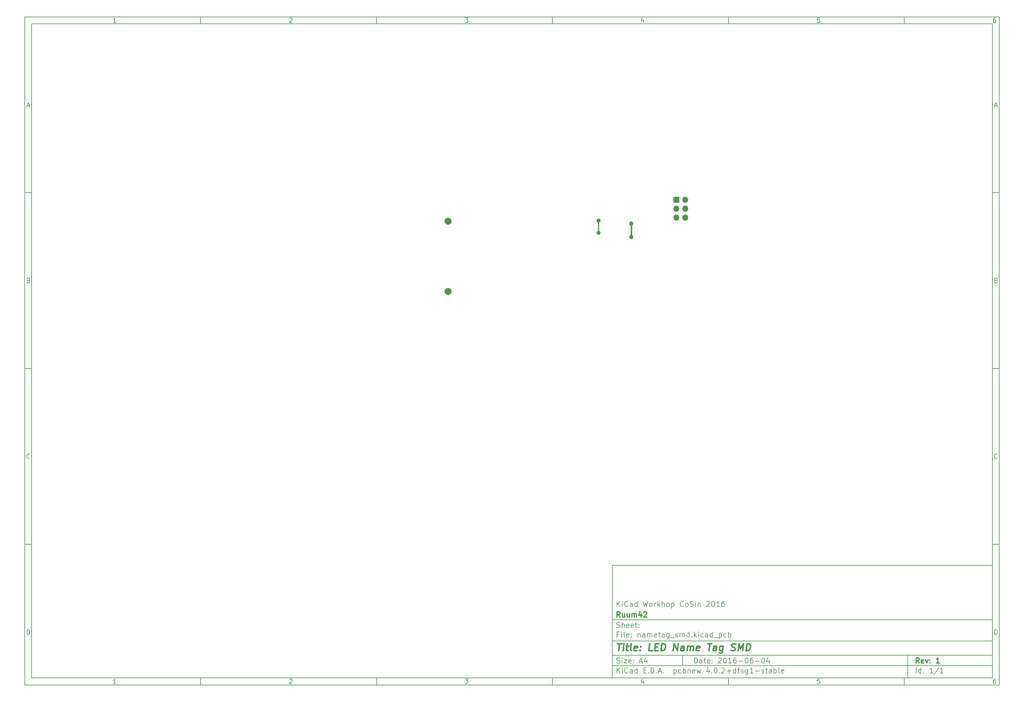
<source format=gbr>
G04 #@! TF.FileFunction,Copper,L2,Bot,Signal*
%FSLAX46Y46*%
G04 Gerber Fmt 4.6, Leading zero omitted, Abs format (unit mm)*
G04 Created by KiCad (PCBNEW 4.0.2+dfsg1-stable) date Wed 08 Jun 2016 02:12:19 CEST*
%MOMM*%
G01*
G04 APERTURE LIST*
%ADD10C,0.100000*%
%ADD11C,0.150000*%
%ADD12C,0.300000*%
%ADD13C,0.400000*%
%ADD14R,1.727200X1.727200*%
%ADD15O,1.727200X1.727200*%
%ADD16C,2.000000*%
%ADD17C,1.200000*%
%ADD18C,0.450000*%
%ADD19C,0.350000*%
G04 APERTURE END LIST*
D10*
D11*
X177002200Y-166007200D02*
X177002200Y-198007200D01*
X285002200Y-198007200D01*
X285002200Y-166007200D01*
X177002200Y-166007200D01*
D10*
D11*
X10000000Y-10000000D02*
X10000000Y-200007200D01*
X287002200Y-200007200D01*
X287002200Y-10000000D01*
X10000000Y-10000000D01*
D10*
D11*
X12000000Y-12000000D02*
X12000000Y-198007200D01*
X285002200Y-198007200D01*
X285002200Y-12000000D01*
X12000000Y-12000000D01*
D10*
D11*
X60000000Y-12000000D02*
X60000000Y-10000000D01*
D10*
D11*
X110000000Y-12000000D02*
X110000000Y-10000000D01*
D10*
D11*
X160000000Y-12000000D02*
X160000000Y-10000000D01*
D10*
D11*
X210000000Y-12000000D02*
X210000000Y-10000000D01*
D10*
D11*
X260000000Y-12000000D02*
X260000000Y-10000000D01*
D10*
D11*
X35990476Y-11588095D02*
X35247619Y-11588095D01*
X35619048Y-11588095D02*
X35619048Y-10288095D01*
X35495238Y-10473810D01*
X35371429Y-10597619D01*
X35247619Y-10659524D01*
D10*
D11*
X85247619Y-10411905D02*
X85309524Y-10350000D01*
X85433333Y-10288095D01*
X85742857Y-10288095D01*
X85866667Y-10350000D01*
X85928571Y-10411905D01*
X85990476Y-10535714D01*
X85990476Y-10659524D01*
X85928571Y-10845238D01*
X85185714Y-11588095D01*
X85990476Y-11588095D01*
D10*
D11*
X135185714Y-10288095D02*
X135990476Y-10288095D01*
X135557143Y-10783333D01*
X135742857Y-10783333D01*
X135866667Y-10845238D01*
X135928571Y-10907143D01*
X135990476Y-11030952D01*
X135990476Y-11340476D01*
X135928571Y-11464286D01*
X135866667Y-11526190D01*
X135742857Y-11588095D01*
X135371429Y-11588095D01*
X135247619Y-11526190D01*
X135185714Y-11464286D01*
D10*
D11*
X185866667Y-10721429D02*
X185866667Y-11588095D01*
X185557143Y-10226190D02*
X185247619Y-11154762D01*
X186052381Y-11154762D01*
D10*
D11*
X235928571Y-10288095D02*
X235309524Y-10288095D01*
X235247619Y-10907143D01*
X235309524Y-10845238D01*
X235433333Y-10783333D01*
X235742857Y-10783333D01*
X235866667Y-10845238D01*
X235928571Y-10907143D01*
X235990476Y-11030952D01*
X235990476Y-11340476D01*
X235928571Y-11464286D01*
X235866667Y-11526190D01*
X235742857Y-11588095D01*
X235433333Y-11588095D01*
X235309524Y-11526190D01*
X235247619Y-11464286D01*
D10*
D11*
X285866667Y-10288095D02*
X285619048Y-10288095D01*
X285495238Y-10350000D01*
X285433333Y-10411905D01*
X285309524Y-10597619D01*
X285247619Y-10845238D01*
X285247619Y-11340476D01*
X285309524Y-11464286D01*
X285371429Y-11526190D01*
X285495238Y-11588095D01*
X285742857Y-11588095D01*
X285866667Y-11526190D01*
X285928571Y-11464286D01*
X285990476Y-11340476D01*
X285990476Y-11030952D01*
X285928571Y-10907143D01*
X285866667Y-10845238D01*
X285742857Y-10783333D01*
X285495238Y-10783333D01*
X285371429Y-10845238D01*
X285309524Y-10907143D01*
X285247619Y-11030952D01*
D10*
D11*
X60000000Y-198007200D02*
X60000000Y-200007200D01*
D10*
D11*
X110000000Y-198007200D02*
X110000000Y-200007200D01*
D10*
D11*
X160000000Y-198007200D02*
X160000000Y-200007200D01*
D10*
D11*
X210000000Y-198007200D02*
X210000000Y-200007200D01*
D10*
D11*
X260000000Y-198007200D02*
X260000000Y-200007200D01*
D10*
D11*
X35990476Y-199595295D02*
X35247619Y-199595295D01*
X35619048Y-199595295D02*
X35619048Y-198295295D01*
X35495238Y-198481010D01*
X35371429Y-198604819D01*
X35247619Y-198666724D01*
D10*
D11*
X85247619Y-198419105D02*
X85309524Y-198357200D01*
X85433333Y-198295295D01*
X85742857Y-198295295D01*
X85866667Y-198357200D01*
X85928571Y-198419105D01*
X85990476Y-198542914D01*
X85990476Y-198666724D01*
X85928571Y-198852438D01*
X85185714Y-199595295D01*
X85990476Y-199595295D01*
D10*
D11*
X135185714Y-198295295D02*
X135990476Y-198295295D01*
X135557143Y-198790533D01*
X135742857Y-198790533D01*
X135866667Y-198852438D01*
X135928571Y-198914343D01*
X135990476Y-199038152D01*
X135990476Y-199347676D01*
X135928571Y-199471486D01*
X135866667Y-199533390D01*
X135742857Y-199595295D01*
X135371429Y-199595295D01*
X135247619Y-199533390D01*
X135185714Y-199471486D01*
D10*
D11*
X185866667Y-198728629D02*
X185866667Y-199595295D01*
X185557143Y-198233390D02*
X185247619Y-199161962D01*
X186052381Y-199161962D01*
D10*
D11*
X235928571Y-198295295D02*
X235309524Y-198295295D01*
X235247619Y-198914343D01*
X235309524Y-198852438D01*
X235433333Y-198790533D01*
X235742857Y-198790533D01*
X235866667Y-198852438D01*
X235928571Y-198914343D01*
X235990476Y-199038152D01*
X235990476Y-199347676D01*
X235928571Y-199471486D01*
X235866667Y-199533390D01*
X235742857Y-199595295D01*
X235433333Y-199595295D01*
X235309524Y-199533390D01*
X235247619Y-199471486D01*
D10*
D11*
X285866667Y-198295295D02*
X285619048Y-198295295D01*
X285495238Y-198357200D01*
X285433333Y-198419105D01*
X285309524Y-198604819D01*
X285247619Y-198852438D01*
X285247619Y-199347676D01*
X285309524Y-199471486D01*
X285371429Y-199533390D01*
X285495238Y-199595295D01*
X285742857Y-199595295D01*
X285866667Y-199533390D01*
X285928571Y-199471486D01*
X285990476Y-199347676D01*
X285990476Y-199038152D01*
X285928571Y-198914343D01*
X285866667Y-198852438D01*
X285742857Y-198790533D01*
X285495238Y-198790533D01*
X285371429Y-198852438D01*
X285309524Y-198914343D01*
X285247619Y-199038152D01*
D10*
D11*
X10000000Y-60000000D02*
X12000000Y-60000000D01*
D10*
D11*
X10000000Y-110000000D02*
X12000000Y-110000000D01*
D10*
D11*
X10000000Y-160000000D02*
X12000000Y-160000000D01*
D10*
D11*
X10690476Y-35216667D02*
X11309524Y-35216667D01*
X10566667Y-35588095D02*
X11000000Y-34288095D01*
X11433333Y-35588095D01*
D10*
D11*
X11092857Y-84907143D02*
X11278571Y-84969048D01*
X11340476Y-85030952D01*
X11402381Y-85154762D01*
X11402381Y-85340476D01*
X11340476Y-85464286D01*
X11278571Y-85526190D01*
X11154762Y-85588095D01*
X10659524Y-85588095D01*
X10659524Y-84288095D01*
X11092857Y-84288095D01*
X11216667Y-84350000D01*
X11278571Y-84411905D01*
X11340476Y-84535714D01*
X11340476Y-84659524D01*
X11278571Y-84783333D01*
X11216667Y-84845238D01*
X11092857Y-84907143D01*
X10659524Y-84907143D01*
D10*
D11*
X11402381Y-135464286D02*
X11340476Y-135526190D01*
X11154762Y-135588095D01*
X11030952Y-135588095D01*
X10845238Y-135526190D01*
X10721429Y-135402381D01*
X10659524Y-135278571D01*
X10597619Y-135030952D01*
X10597619Y-134845238D01*
X10659524Y-134597619D01*
X10721429Y-134473810D01*
X10845238Y-134350000D01*
X11030952Y-134288095D01*
X11154762Y-134288095D01*
X11340476Y-134350000D01*
X11402381Y-134411905D01*
D10*
D11*
X10659524Y-185588095D02*
X10659524Y-184288095D01*
X10969048Y-184288095D01*
X11154762Y-184350000D01*
X11278571Y-184473810D01*
X11340476Y-184597619D01*
X11402381Y-184845238D01*
X11402381Y-185030952D01*
X11340476Y-185278571D01*
X11278571Y-185402381D01*
X11154762Y-185526190D01*
X10969048Y-185588095D01*
X10659524Y-185588095D01*
D10*
D11*
X287002200Y-60000000D02*
X285002200Y-60000000D01*
D10*
D11*
X287002200Y-110000000D02*
X285002200Y-110000000D01*
D10*
D11*
X287002200Y-160000000D02*
X285002200Y-160000000D01*
D10*
D11*
X285692676Y-35216667D02*
X286311724Y-35216667D01*
X285568867Y-35588095D02*
X286002200Y-34288095D01*
X286435533Y-35588095D01*
D10*
D11*
X286095057Y-84907143D02*
X286280771Y-84969048D01*
X286342676Y-85030952D01*
X286404581Y-85154762D01*
X286404581Y-85340476D01*
X286342676Y-85464286D01*
X286280771Y-85526190D01*
X286156962Y-85588095D01*
X285661724Y-85588095D01*
X285661724Y-84288095D01*
X286095057Y-84288095D01*
X286218867Y-84350000D01*
X286280771Y-84411905D01*
X286342676Y-84535714D01*
X286342676Y-84659524D01*
X286280771Y-84783333D01*
X286218867Y-84845238D01*
X286095057Y-84907143D01*
X285661724Y-84907143D01*
D10*
D11*
X286404581Y-135464286D02*
X286342676Y-135526190D01*
X286156962Y-135588095D01*
X286033152Y-135588095D01*
X285847438Y-135526190D01*
X285723629Y-135402381D01*
X285661724Y-135278571D01*
X285599819Y-135030952D01*
X285599819Y-134845238D01*
X285661724Y-134597619D01*
X285723629Y-134473810D01*
X285847438Y-134350000D01*
X286033152Y-134288095D01*
X286156962Y-134288095D01*
X286342676Y-134350000D01*
X286404581Y-134411905D01*
D10*
D11*
X285661724Y-185588095D02*
X285661724Y-184288095D01*
X285971248Y-184288095D01*
X286156962Y-184350000D01*
X286280771Y-184473810D01*
X286342676Y-184597619D01*
X286404581Y-184845238D01*
X286404581Y-185030952D01*
X286342676Y-185278571D01*
X286280771Y-185402381D01*
X286156962Y-185526190D01*
X285971248Y-185588095D01*
X285661724Y-185588095D01*
D10*
D11*
X200359343Y-193785771D02*
X200359343Y-192285771D01*
X200716486Y-192285771D01*
X200930771Y-192357200D01*
X201073629Y-192500057D01*
X201145057Y-192642914D01*
X201216486Y-192928629D01*
X201216486Y-193142914D01*
X201145057Y-193428629D01*
X201073629Y-193571486D01*
X200930771Y-193714343D01*
X200716486Y-193785771D01*
X200359343Y-193785771D01*
X202502200Y-193785771D02*
X202502200Y-193000057D01*
X202430771Y-192857200D01*
X202287914Y-192785771D01*
X202002200Y-192785771D01*
X201859343Y-192857200D01*
X202502200Y-193714343D02*
X202359343Y-193785771D01*
X202002200Y-193785771D01*
X201859343Y-193714343D01*
X201787914Y-193571486D01*
X201787914Y-193428629D01*
X201859343Y-193285771D01*
X202002200Y-193214343D01*
X202359343Y-193214343D01*
X202502200Y-193142914D01*
X203002200Y-192785771D02*
X203573629Y-192785771D01*
X203216486Y-192285771D02*
X203216486Y-193571486D01*
X203287914Y-193714343D01*
X203430772Y-193785771D01*
X203573629Y-193785771D01*
X204645057Y-193714343D02*
X204502200Y-193785771D01*
X204216486Y-193785771D01*
X204073629Y-193714343D01*
X204002200Y-193571486D01*
X204002200Y-193000057D01*
X204073629Y-192857200D01*
X204216486Y-192785771D01*
X204502200Y-192785771D01*
X204645057Y-192857200D01*
X204716486Y-193000057D01*
X204716486Y-193142914D01*
X204002200Y-193285771D01*
X205359343Y-193642914D02*
X205430771Y-193714343D01*
X205359343Y-193785771D01*
X205287914Y-193714343D01*
X205359343Y-193642914D01*
X205359343Y-193785771D01*
X205359343Y-192857200D02*
X205430771Y-192928629D01*
X205359343Y-193000057D01*
X205287914Y-192928629D01*
X205359343Y-192857200D01*
X205359343Y-193000057D01*
X207145057Y-192428629D02*
X207216486Y-192357200D01*
X207359343Y-192285771D01*
X207716486Y-192285771D01*
X207859343Y-192357200D01*
X207930772Y-192428629D01*
X208002200Y-192571486D01*
X208002200Y-192714343D01*
X207930772Y-192928629D01*
X207073629Y-193785771D01*
X208002200Y-193785771D01*
X208930771Y-192285771D02*
X209073628Y-192285771D01*
X209216485Y-192357200D01*
X209287914Y-192428629D01*
X209359343Y-192571486D01*
X209430771Y-192857200D01*
X209430771Y-193214343D01*
X209359343Y-193500057D01*
X209287914Y-193642914D01*
X209216485Y-193714343D01*
X209073628Y-193785771D01*
X208930771Y-193785771D01*
X208787914Y-193714343D01*
X208716485Y-193642914D01*
X208645057Y-193500057D01*
X208573628Y-193214343D01*
X208573628Y-192857200D01*
X208645057Y-192571486D01*
X208716485Y-192428629D01*
X208787914Y-192357200D01*
X208930771Y-192285771D01*
X210859342Y-193785771D02*
X210002199Y-193785771D01*
X210430771Y-193785771D02*
X210430771Y-192285771D01*
X210287914Y-192500057D01*
X210145056Y-192642914D01*
X210002199Y-192714343D01*
X212145056Y-192285771D02*
X211859342Y-192285771D01*
X211716485Y-192357200D01*
X211645056Y-192428629D01*
X211502199Y-192642914D01*
X211430770Y-192928629D01*
X211430770Y-193500057D01*
X211502199Y-193642914D01*
X211573627Y-193714343D01*
X211716485Y-193785771D01*
X212002199Y-193785771D01*
X212145056Y-193714343D01*
X212216485Y-193642914D01*
X212287913Y-193500057D01*
X212287913Y-193142914D01*
X212216485Y-193000057D01*
X212145056Y-192928629D01*
X212002199Y-192857200D01*
X211716485Y-192857200D01*
X211573627Y-192928629D01*
X211502199Y-193000057D01*
X211430770Y-193142914D01*
X212930770Y-193214343D02*
X214073627Y-193214343D01*
X215073627Y-192285771D02*
X215216484Y-192285771D01*
X215359341Y-192357200D01*
X215430770Y-192428629D01*
X215502199Y-192571486D01*
X215573627Y-192857200D01*
X215573627Y-193214343D01*
X215502199Y-193500057D01*
X215430770Y-193642914D01*
X215359341Y-193714343D01*
X215216484Y-193785771D01*
X215073627Y-193785771D01*
X214930770Y-193714343D01*
X214859341Y-193642914D01*
X214787913Y-193500057D01*
X214716484Y-193214343D01*
X214716484Y-192857200D01*
X214787913Y-192571486D01*
X214859341Y-192428629D01*
X214930770Y-192357200D01*
X215073627Y-192285771D01*
X216859341Y-192285771D02*
X216573627Y-192285771D01*
X216430770Y-192357200D01*
X216359341Y-192428629D01*
X216216484Y-192642914D01*
X216145055Y-192928629D01*
X216145055Y-193500057D01*
X216216484Y-193642914D01*
X216287912Y-193714343D01*
X216430770Y-193785771D01*
X216716484Y-193785771D01*
X216859341Y-193714343D01*
X216930770Y-193642914D01*
X217002198Y-193500057D01*
X217002198Y-193142914D01*
X216930770Y-193000057D01*
X216859341Y-192928629D01*
X216716484Y-192857200D01*
X216430770Y-192857200D01*
X216287912Y-192928629D01*
X216216484Y-193000057D01*
X216145055Y-193142914D01*
X217645055Y-193214343D02*
X218787912Y-193214343D01*
X219787912Y-192285771D02*
X219930769Y-192285771D01*
X220073626Y-192357200D01*
X220145055Y-192428629D01*
X220216484Y-192571486D01*
X220287912Y-192857200D01*
X220287912Y-193214343D01*
X220216484Y-193500057D01*
X220145055Y-193642914D01*
X220073626Y-193714343D01*
X219930769Y-193785771D01*
X219787912Y-193785771D01*
X219645055Y-193714343D01*
X219573626Y-193642914D01*
X219502198Y-193500057D01*
X219430769Y-193214343D01*
X219430769Y-192857200D01*
X219502198Y-192571486D01*
X219573626Y-192428629D01*
X219645055Y-192357200D01*
X219787912Y-192285771D01*
X221573626Y-192785771D02*
X221573626Y-193785771D01*
X221216483Y-192214343D02*
X220859340Y-193285771D01*
X221787912Y-193285771D01*
D10*
D11*
X177002200Y-194507200D02*
X285002200Y-194507200D01*
D10*
D11*
X178359343Y-196585771D02*
X178359343Y-195085771D01*
X179216486Y-196585771D02*
X178573629Y-195728629D01*
X179216486Y-195085771D02*
X178359343Y-195942914D01*
X179859343Y-196585771D02*
X179859343Y-195585771D01*
X179859343Y-195085771D02*
X179787914Y-195157200D01*
X179859343Y-195228629D01*
X179930771Y-195157200D01*
X179859343Y-195085771D01*
X179859343Y-195228629D01*
X181430772Y-196442914D02*
X181359343Y-196514343D01*
X181145057Y-196585771D01*
X181002200Y-196585771D01*
X180787915Y-196514343D01*
X180645057Y-196371486D01*
X180573629Y-196228629D01*
X180502200Y-195942914D01*
X180502200Y-195728629D01*
X180573629Y-195442914D01*
X180645057Y-195300057D01*
X180787915Y-195157200D01*
X181002200Y-195085771D01*
X181145057Y-195085771D01*
X181359343Y-195157200D01*
X181430772Y-195228629D01*
X182716486Y-196585771D02*
X182716486Y-195800057D01*
X182645057Y-195657200D01*
X182502200Y-195585771D01*
X182216486Y-195585771D01*
X182073629Y-195657200D01*
X182716486Y-196514343D02*
X182573629Y-196585771D01*
X182216486Y-196585771D01*
X182073629Y-196514343D01*
X182002200Y-196371486D01*
X182002200Y-196228629D01*
X182073629Y-196085771D01*
X182216486Y-196014343D01*
X182573629Y-196014343D01*
X182716486Y-195942914D01*
X184073629Y-196585771D02*
X184073629Y-195085771D01*
X184073629Y-196514343D02*
X183930772Y-196585771D01*
X183645058Y-196585771D01*
X183502200Y-196514343D01*
X183430772Y-196442914D01*
X183359343Y-196300057D01*
X183359343Y-195871486D01*
X183430772Y-195728629D01*
X183502200Y-195657200D01*
X183645058Y-195585771D01*
X183930772Y-195585771D01*
X184073629Y-195657200D01*
X185930772Y-195800057D02*
X186430772Y-195800057D01*
X186645058Y-196585771D02*
X185930772Y-196585771D01*
X185930772Y-195085771D01*
X186645058Y-195085771D01*
X187287915Y-196442914D02*
X187359343Y-196514343D01*
X187287915Y-196585771D01*
X187216486Y-196514343D01*
X187287915Y-196442914D01*
X187287915Y-196585771D01*
X188002201Y-196585771D02*
X188002201Y-195085771D01*
X188359344Y-195085771D01*
X188573629Y-195157200D01*
X188716487Y-195300057D01*
X188787915Y-195442914D01*
X188859344Y-195728629D01*
X188859344Y-195942914D01*
X188787915Y-196228629D01*
X188716487Y-196371486D01*
X188573629Y-196514343D01*
X188359344Y-196585771D01*
X188002201Y-196585771D01*
X189502201Y-196442914D02*
X189573629Y-196514343D01*
X189502201Y-196585771D01*
X189430772Y-196514343D01*
X189502201Y-196442914D01*
X189502201Y-196585771D01*
X190145058Y-196157200D02*
X190859344Y-196157200D01*
X190002201Y-196585771D02*
X190502201Y-195085771D01*
X191002201Y-196585771D01*
X191502201Y-196442914D02*
X191573629Y-196514343D01*
X191502201Y-196585771D01*
X191430772Y-196514343D01*
X191502201Y-196442914D01*
X191502201Y-196585771D01*
X194502201Y-195585771D02*
X194502201Y-197085771D01*
X194502201Y-195657200D02*
X194645058Y-195585771D01*
X194930772Y-195585771D01*
X195073629Y-195657200D01*
X195145058Y-195728629D01*
X195216487Y-195871486D01*
X195216487Y-196300057D01*
X195145058Y-196442914D01*
X195073629Y-196514343D01*
X194930772Y-196585771D01*
X194645058Y-196585771D01*
X194502201Y-196514343D01*
X196502201Y-196514343D02*
X196359344Y-196585771D01*
X196073630Y-196585771D01*
X195930772Y-196514343D01*
X195859344Y-196442914D01*
X195787915Y-196300057D01*
X195787915Y-195871486D01*
X195859344Y-195728629D01*
X195930772Y-195657200D01*
X196073630Y-195585771D01*
X196359344Y-195585771D01*
X196502201Y-195657200D01*
X197145058Y-196585771D02*
X197145058Y-195085771D01*
X197145058Y-195657200D02*
X197287915Y-195585771D01*
X197573629Y-195585771D01*
X197716486Y-195657200D01*
X197787915Y-195728629D01*
X197859344Y-195871486D01*
X197859344Y-196300057D01*
X197787915Y-196442914D01*
X197716486Y-196514343D01*
X197573629Y-196585771D01*
X197287915Y-196585771D01*
X197145058Y-196514343D01*
X198502201Y-195585771D02*
X198502201Y-196585771D01*
X198502201Y-195728629D02*
X198573629Y-195657200D01*
X198716487Y-195585771D01*
X198930772Y-195585771D01*
X199073629Y-195657200D01*
X199145058Y-195800057D01*
X199145058Y-196585771D01*
X200430772Y-196514343D02*
X200287915Y-196585771D01*
X200002201Y-196585771D01*
X199859344Y-196514343D01*
X199787915Y-196371486D01*
X199787915Y-195800057D01*
X199859344Y-195657200D01*
X200002201Y-195585771D01*
X200287915Y-195585771D01*
X200430772Y-195657200D01*
X200502201Y-195800057D01*
X200502201Y-195942914D01*
X199787915Y-196085771D01*
X201002201Y-195585771D02*
X201287915Y-196585771D01*
X201573629Y-195871486D01*
X201859344Y-196585771D01*
X202145058Y-195585771D01*
X204502201Y-195585771D02*
X204502201Y-196585771D01*
X204145058Y-195014343D02*
X203787915Y-196085771D01*
X204716487Y-196085771D01*
X205287915Y-196442914D02*
X205359343Y-196514343D01*
X205287915Y-196585771D01*
X205216486Y-196514343D01*
X205287915Y-196442914D01*
X205287915Y-196585771D01*
X206287915Y-195085771D02*
X206430772Y-195085771D01*
X206573629Y-195157200D01*
X206645058Y-195228629D01*
X206716487Y-195371486D01*
X206787915Y-195657200D01*
X206787915Y-196014343D01*
X206716487Y-196300057D01*
X206645058Y-196442914D01*
X206573629Y-196514343D01*
X206430772Y-196585771D01*
X206287915Y-196585771D01*
X206145058Y-196514343D01*
X206073629Y-196442914D01*
X206002201Y-196300057D01*
X205930772Y-196014343D01*
X205930772Y-195657200D01*
X206002201Y-195371486D01*
X206073629Y-195228629D01*
X206145058Y-195157200D01*
X206287915Y-195085771D01*
X207430772Y-196442914D02*
X207502200Y-196514343D01*
X207430772Y-196585771D01*
X207359343Y-196514343D01*
X207430772Y-196442914D01*
X207430772Y-196585771D01*
X208073629Y-195228629D02*
X208145058Y-195157200D01*
X208287915Y-195085771D01*
X208645058Y-195085771D01*
X208787915Y-195157200D01*
X208859344Y-195228629D01*
X208930772Y-195371486D01*
X208930772Y-195514343D01*
X208859344Y-195728629D01*
X208002201Y-196585771D01*
X208930772Y-196585771D01*
X209573629Y-196014343D02*
X210716486Y-196014343D01*
X210145057Y-196585771D02*
X210145057Y-195442914D01*
X212073629Y-196585771D02*
X212073629Y-195085771D01*
X212073629Y-196514343D02*
X211930772Y-196585771D01*
X211645058Y-196585771D01*
X211502200Y-196514343D01*
X211430772Y-196442914D01*
X211359343Y-196300057D01*
X211359343Y-195871486D01*
X211430772Y-195728629D01*
X211502200Y-195657200D01*
X211645058Y-195585771D01*
X211930772Y-195585771D01*
X212073629Y-195657200D01*
X212573629Y-195585771D02*
X213145058Y-195585771D01*
X212787915Y-196585771D02*
X212787915Y-195300057D01*
X212859343Y-195157200D01*
X213002201Y-195085771D01*
X213145058Y-195085771D01*
X213573629Y-196514343D02*
X213716486Y-196585771D01*
X214002201Y-196585771D01*
X214145058Y-196514343D01*
X214216486Y-196371486D01*
X214216486Y-196300057D01*
X214145058Y-196157200D01*
X214002201Y-196085771D01*
X213787915Y-196085771D01*
X213645058Y-196014343D01*
X213573629Y-195871486D01*
X213573629Y-195800057D01*
X213645058Y-195657200D01*
X213787915Y-195585771D01*
X214002201Y-195585771D01*
X214145058Y-195657200D01*
X215502201Y-195585771D02*
X215502201Y-196800057D01*
X215430772Y-196942914D01*
X215359344Y-197014343D01*
X215216487Y-197085771D01*
X215002201Y-197085771D01*
X214859344Y-197014343D01*
X215502201Y-196514343D02*
X215359344Y-196585771D01*
X215073630Y-196585771D01*
X214930772Y-196514343D01*
X214859344Y-196442914D01*
X214787915Y-196300057D01*
X214787915Y-195871486D01*
X214859344Y-195728629D01*
X214930772Y-195657200D01*
X215073630Y-195585771D01*
X215359344Y-195585771D01*
X215502201Y-195657200D01*
X217002201Y-196585771D02*
X216145058Y-196585771D01*
X216573630Y-196585771D02*
X216573630Y-195085771D01*
X216430773Y-195300057D01*
X216287915Y-195442914D01*
X216145058Y-195514343D01*
X217645058Y-196014343D02*
X218787915Y-196014343D01*
X219430772Y-196514343D02*
X219573629Y-196585771D01*
X219859344Y-196585771D01*
X220002201Y-196514343D01*
X220073629Y-196371486D01*
X220073629Y-196300057D01*
X220002201Y-196157200D01*
X219859344Y-196085771D01*
X219645058Y-196085771D01*
X219502201Y-196014343D01*
X219430772Y-195871486D01*
X219430772Y-195800057D01*
X219502201Y-195657200D01*
X219645058Y-195585771D01*
X219859344Y-195585771D01*
X220002201Y-195657200D01*
X220502201Y-195585771D02*
X221073630Y-195585771D01*
X220716487Y-195085771D02*
X220716487Y-196371486D01*
X220787915Y-196514343D01*
X220930773Y-196585771D01*
X221073630Y-196585771D01*
X222216487Y-196585771D02*
X222216487Y-195800057D01*
X222145058Y-195657200D01*
X222002201Y-195585771D01*
X221716487Y-195585771D01*
X221573630Y-195657200D01*
X222216487Y-196514343D02*
X222073630Y-196585771D01*
X221716487Y-196585771D01*
X221573630Y-196514343D01*
X221502201Y-196371486D01*
X221502201Y-196228629D01*
X221573630Y-196085771D01*
X221716487Y-196014343D01*
X222073630Y-196014343D01*
X222216487Y-195942914D01*
X222930773Y-196585771D02*
X222930773Y-195085771D01*
X222930773Y-195657200D02*
X223073630Y-195585771D01*
X223359344Y-195585771D01*
X223502201Y-195657200D01*
X223573630Y-195728629D01*
X223645059Y-195871486D01*
X223645059Y-196300057D01*
X223573630Y-196442914D01*
X223502201Y-196514343D01*
X223359344Y-196585771D01*
X223073630Y-196585771D01*
X222930773Y-196514343D01*
X224502202Y-196585771D02*
X224359344Y-196514343D01*
X224287916Y-196371486D01*
X224287916Y-195085771D01*
X225645058Y-196514343D02*
X225502201Y-196585771D01*
X225216487Y-196585771D01*
X225073630Y-196514343D01*
X225002201Y-196371486D01*
X225002201Y-195800057D01*
X225073630Y-195657200D01*
X225216487Y-195585771D01*
X225502201Y-195585771D01*
X225645058Y-195657200D01*
X225716487Y-195800057D01*
X225716487Y-195942914D01*
X225002201Y-196085771D01*
D10*
D11*
X177002200Y-191507200D02*
X285002200Y-191507200D01*
D10*
D12*
X264216486Y-193785771D02*
X263716486Y-193071486D01*
X263359343Y-193785771D02*
X263359343Y-192285771D01*
X263930771Y-192285771D01*
X264073629Y-192357200D01*
X264145057Y-192428629D01*
X264216486Y-192571486D01*
X264216486Y-192785771D01*
X264145057Y-192928629D01*
X264073629Y-193000057D01*
X263930771Y-193071486D01*
X263359343Y-193071486D01*
X265430771Y-193714343D02*
X265287914Y-193785771D01*
X265002200Y-193785771D01*
X264859343Y-193714343D01*
X264787914Y-193571486D01*
X264787914Y-193000057D01*
X264859343Y-192857200D01*
X265002200Y-192785771D01*
X265287914Y-192785771D01*
X265430771Y-192857200D01*
X265502200Y-193000057D01*
X265502200Y-193142914D01*
X264787914Y-193285771D01*
X266002200Y-192785771D02*
X266359343Y-193785771D01*
X266716485Y-192785771D01*
X267287914Y-193642914D02*
X267359342Y-193714343D01*
X267287914Y-193785771D01*
X267216485Y-193714343D01*
X267287914Y-193642914D01*
X267287914Y-193785771D01*
X267287914Y-192857200D02*
X267359342Y-192928629D01*
X267287914Y-193000057D01*
X267216485Y-192928629D01*
X267287914Y-192857200D01*
X267287914Y-193000057D01*
X269930771Y-193785771D02*
X269073628Y-193785771D01*
X269502200Y-193785771D02*
X269502200Y-192285771D01*
X269359343Y-192500057D01*
X269216485Y-192642914D01*
X269073628Y-192714343D01*
D10*
D11*
X178287914Y-193714343D02*
X178502200Y-193785771D01*
X178859343Y-193785771D01*
X179002200Y-193714343D01*
X179073629Y-193642914D01*
X179145057Y-193500057D01*
X179145057Y-193357200D01*
X179073629Y-193214343D01*
X179002200Y-193142914D01*
X178859343Y-193071486D01*
X178573629Y-193000057D01*
X178430771Y-192928629D01*
X178359343Y-192857200D01*
X178287914Y-192714343D01*
X178287914Y-192571486D01*
X178359343Y-192428629D01*
X178430771Y-192357200D01*
X178573629Y-192285771D01*
X178930771Y-192285771D01*
X179145057Y-192357200D01*
X179787914Y-193785771D02*
X179787914Y-192785771D01*
X179787914Y-192285771D02*
X179716485Y-192357200D01*
X179787914Y-192428629D01*
X179859342Y-192357200D01*
X179787914Y-192285771D01*
X179787914Y-192428629D01*
X180359343Y-192785771D02*
X181145057Y-192785771D01*
X180359343Y-193785771D01*
X181145057Y-193785771D01*
X182287914Y-193714343D02*
X182145057Y-193785771D01*
X181859343Y-193785771D01*
X181716486Y-193714343D01*
X181645057Y-193571486D01*
X181645057Y-193000057D01*
X181716486Y-192857200D01*
X181859343Y-192785771D01*
X182145057Y-192785771D01*
X182287914Y-192857200D01*
X182359343Y-193000057D01*
X182359343Y-193142914D01*
X181645057Y-193285771D01*
X183002200Y-193642914D02*
X183073628Y-193714343D01*
X183002200Y-193785771D01*
X182930771Y-193714343D01*
X183002200Y-193642914D01*
X183002200Y-193785771D01*
X183002200Y-192857200D02*
X183073628Y-192928629D01*
X183002200Y-193000057D01*
X182930771Y-192928629D01*
X183002200Y-192857200D01*
X183002200Y-193000057D01*
X184787914Y-193357200D02*
X185502200Y-193357200D01*
X184645057Y-193785771D02*
X185145057Y-192285771D01*
X185645057Y-193785771D01*
X186787914Y-192785771D02*
X186787914Y-193785771D01*
X186430771Y-192214343D02*
X186073628Y-193285771D01*
X187002200Y-193285771D01*
D10*
D11*
X263359343Y-196585771D02*
X263359343Y-195085771D01*
X264716486Y-196585771D02*
X264716486Y-195085771D01*
X264716486Y-196514343D02*
X264573629Y-196585771D01*
X264287915Y-196585771D01*
X264145057Y-196514343D01*
X264073629Y-196442914D01*
X264002200Y-196300057D01*
X264002200Y-195871486D01*
X264073629Y-195728629D01*
X264145057Y-195657200D01*
X264287915Y-195585771D01*
X264573629Y-195585771D01*
X264716486Y-195657200D01*
X265430772Y-196442914D02*
X265502200Y-196514343D01*
X265430772Y-196585771D01*
X265359343Y-196514343D01*
X265430772Y-196442914D01*
X265430772Y-196585771D01*
X265430772Y-195657200D02*
X265502200Y-195728629D01*
X265430772Y-195800057D01*
X265359343Y-195728629D01*
X265430772Y-195657200D01*
X265430772Y-195800057D01*
X268073629Y-196585771D02*
X267216486Y-196585771D01*
X267645058Y-196585771D02*
X267645058Y-195085771D01*
X267502201Y-195300057D01*
X267359343Y-195442914D01*
X267216486Y-195514343D01*
X269787914Y-195014343D02*
X268502200Y-196942914D01*
X271073629Y-196585771D02*
X270216486Y-196585771D01*
X270645058Y-196585771D02*
X270645058Y-195085771D01*
X270502201Y-195300057D01*
X270359343Y-195442914D01*
X270216486Y-195514343D01*
D10*
D11*
X177002200Y-187507200D02*
X285002200Y-187507200D01*
D10*
D13*
X178454581Y-188211962D02*
X179597438Y-188211962D01*
X178776010Y-190211962D02*
X179026010Y-188211962D01*
X180014105Y-190211962D02*
X180180771Y-188878629D01*
X180264105Y-188211962D02*
X180156962Y-188307200D01*
X180240295Y-188402438D01*
X180347439Y-188307200D01*
X180264105Y-188211962D01*
X180240295Y-188402438D01*
X180847438Y-188878629D02*
X181609343Y-188878629D01*
X181216486Y-188211962D02*
X181002200Y-189926248D01*
X181073630Y-190116724D01*
X181252201Y-190211962D01*
X181442677Y-190211962D01*
X182395058Y-190211962D02*
X182216487Y-190116724D01*
X182145057Y-189926248D01*
X182359343Y-188211962D01*
X183930772Y-190116724D02*
X183728391Y-190211962D01*
X183347439Y-190211962D01*
X183168867Y-190116724D01*
X183097438Y-189926248D01*
X183192676Y-189164343D01*
X183311724Y-188973867D01*
X183514105Y-188878629D01*
X183895057Y-188878629D01*
X184073629Y-188973867D01*
X184145057Y-189164343D01*
X184121248Y-189354819D01*
X183145057Y-189545295D01*
X184895057Y-190021486D02*
X184978392Y-190116724D01*
X184871248Y-190211962D01*
X184787915Y-190116724D01*
X184895057Y-190021486D01*
X184871248Y-190211962D01*
X185026010Y-188973867D02*
X185109344Y-189069105D01*
X185002200Y-189164343D01*
X184918867Y-189069105D01*
X185026010Y-188973867D01*
X185002200Y-189164343D01*
X188299820Y-190211962D02*
X187347439Y-190211962D01*
X187597439Y-188211962D01*
X189097439Y-189164343D02*
X189764106Y-189164343D01*
X189918868Y-190211962D02*
X188966487Y-190211962D01*
X189216487Y-188211962D01*
X190168868Y-188211962D01*
X190776011Y-190211962D02*
X191026011Y-188211962D01*
X191502202Y-188211962D01*
X191776011Y-188307200D01*
X191942678Y-188497676D01*
X192014107Y-188688152D01*
X192061726Y-189069105D01*
X192026012Y-189354819D01*
X191883155Y-189735771D01*
X191764106Y-189926248D01*
X191549821Y-190116724D01*
X191252202Y-190211962D01*
X190776011Y-190211962D01*
X194299821Y-190211962D02*
X194549821Y-188211962D01*
X195442679Y-190211962D01*
X195692679Y-188211962D01*
X197252202Y-190211962D02*
X197383154Y-189164343D01*
X197311726Y-188973867D01*
X197133154Y-188878629D01*
X196752202Y-188878629D01*
X196549821Y-188973867D01*
X197264107Y-190116724D02*
X197061726Y-190211962D01*
X196585536Y-190211962D01*
X196406964Y-190116724D01*
X196335535Y-189926248D01*
X196359345Y-189735771D01*
X196478392Y-189545295D01*
X196680774Y-189450057D01*
X197156964Y-189450057D01*
X197359345Y-189354819D01*
X198204583Y-190211962D02*
X198371249Y-188878629D01*
X198347440Y-189069105D02*
X198454584Y-188973867D01*
X198656964Y-188878629D01*
X198942678Y-188878629D01*
X199121250Y-188973867D01*
X199192678Y-189164343D01*
X199061726Y-190211962D01*
X199192678Y-189164343D02*
X199311726Y-188973867D01*
X199514107Y-188878629D01*
X199799821Y-188878629D01*
X199978393Y-188973867D01*
X200049821Y-189164343D01*
X199918869Y-190211962D01*
X201645060Y-190116724D02*
X201442679Y-190211962D01*
X201061727Y-190211962D01*
X200883155Y-190116724D01*
X200811726Y-189926248D01*
X200906964Y-189164343D01*
X201026012Y-188973867D01*
X201228393Y-188878629D01*
X201609345Y-188878629D01*
X201787917Y-188973867D01*
X201859345Y-189164343D01*
X201835536Y-189354819D01*
X200859345Y-189545295D01*
X204073632Y-188211962D02*
X205216489Y-188211962D01*
X204395061Y-190211962D02*
X204645061Y-188211962D01*
X206490299Y-190211962D02*
X206621251Y-189164343D01*
X206549823Y-188973867D01*
X206371251Y-188878629D01*
X205990299Y-188878629D01*
X205787918Y-188973867D01*
X206502204Y-190116724D02*
X206299823Y-190211962D01*
X205823633Y-190211962D01*
X205645061Y-190116724D01*
X205573632Y-189926248D01*
X205597442Y-189735771D01*
X205716489Y-189545295D01*
X205918871Y-189450057D01*
X206395061Y-189450057D01*
X206597442Y-189354819D01*
X208466489Y-188878629D02*
X208264108Y-190497676D01*
X208145061Y-190688152D01*
X208037918Y-190783390D01*
X207835537Y-190878629D01*
X207549823Y-190878629D01*
X207371251Y-190783390D01*
X208311728Y-190116724D02*
X208109347Y-190211962D01*
X207728395Y-190211962D01*
X207549824Y-190116724D01*
X207466489Y-190021486D01*
X207395061Y-189831010D01*
X207466489Y-189259581D01*
X207585537Y-189069105D01*
X207692681Y-188973867D01*
X207895061Y-188878629D01*
X208276013Y-188878629D01*
X208454585Y-188973867D01*
X210692681Y-190116724D02*
X210966491Y-190211962D01*
X211442681Y-190211962D01*
X211645062Y-190116724D01*
X211752204Y-190021486D01*
X211871253Y-189831010D01*
X211895062Y-189640533D01*
X211823633Y-189450057D01*
X211740300Y-189354819D01*
X211561728Y-189259581D01*
X211192681Y-189164343D01*
X211014110Y-189069105D01*
X210930776Y-188973867D01*
X210859347Y-188783390D01*
X210883157Y-188592914D01*
X211002204Y-188402438D01*
X211109348Y-188307200D01*
X211311729Y-188211962D01*
X211787919Y-188211962D01*
X212061729Y-188307200D01*
X212680776Y-190211962D02*
X212930776Y-188211962D01*
X213418871Y-189640533D01*
X214264110Y-188211962D01*
X214014110Y-190211962D01*
X214966490Y-190211962D02*
X215216490Y-188211962D01*
X215692681Y-188211962D01*
X215966490Y-188307200D01*
X216133157Y-188497676D01*
X216204586Y-188688152D01*
X216252205Y-189069105D01*
X216216491Y-189354819D01*
X216073634Y-189735771D01*
X215954585Y-189926248D01*
X215740300Y-190116724D01*
X215442681Y-190211962D01*
X214966490Y-190211962D01*
D10*
D11*
X178859343Y-185600057D02*
X178359343Y-185600057D01*
X178359343Y-186385771D02*
X178359343Y-184885771D01*
X179073629Y-184885771D01*
X179645057Y-186385771D02*
X179645057Y-185385771D01*
X179645057Y-184885771D02*
X179573628Y-184957200D01*
X179645057Y-185028629D01*
X179716485Y-184957200D01*
X179645057Y-184885771D01*
X179645057Y-185028629D01*
X180573629Y-186385771D02*
X180430771Y-186314343D01*
X180359343Y-186171486D01*
X180359343Y-184885771D01*
X181716485Y-186314343D02*
X181573628Y-186385771D01*
X181287914Y-186385771D01*
X181145057Y-186314343D01*
X181073628Y-186171486D01*
X181073628Y-185600057D01*
X181145057Y-185457200D01*
X181287914Y-185385771D01*
X181573628Y-185385771D01*
X181716485Y-185457200D01*
X181787914Y-185600057D01*
X181787914Y-185742914D01*
X181073628Y-185885771D01*
X182430771Y-186242914D02*
X182502199Y-186314343D01*
X182430771Y-186385771D01*
X182359342Y-186314343D01*
X182430771Y-186242914D01*
X182430771Y-186385771D01*
X182430771Y-185457200D02*
X182502199Y-185528629D01*
X182430771Y-185600057D01*
X182359342Y-185528629D01*
X182430771Y-185457200D01*
X182430771Y-185600057D01*
X184287914Y-185385771D02*
X184287914Y-186385771D01*
X184287914Y-185528629D02*
X184359342Y-185457200D01*
X184502200Y-185385771D01*
X184716485Y-185385771D01*
X184859342Y-185457200D01*
X184930771Y-185600057D01*
X184930771Y-186385771D01*
X186287914Y-186385771D02*
X186287914Y-185600057D01*
X186216485Y-185457200D01*
X186073628Y-185385771D01*
X185787914Y-185385771D01*
X185645057Y-185457200D01*
X186287914Y-186314343D02*
X186145057Y-186385771D01*
X185787914Y-186385771D01*
X185645057Y-186314343D01*
X185573628Y-186171486D01*
X185573628Y-186028629D01*
X185645057Y-185885771D01*
X185787914Y-185814343D01*
X186145057Y-185814343D01*
X186287914Y-185742914D01*
X187002200Y-186385771D02*
X187002200Y-185385771D01*
X187002200Y-185528629D02*
X187073628Y-185457200D01*
X187216486Y-185385771D01*
X187430771Y-185385771D01*
X187573628Y-185457200D01*
X187645057Y-185600057D01*
X187645057Y-186385771D01*
X187645057Y-185600057D02*
X187716486Y-185457200D01*
X187859343Y-185385771D01*
X188073628Y-185385771D01*
X188216486Y-185457200D01*
X188287914Y-185600057D01*
X188287914Y-186385771D01*
X189573628Y-186314343D02*
X189430771Y-186385771D01*
X189145057Y-186385771D01*
X189002200Y-186314343D01*
X188930771Y-186171486D01*
X188930771Y-185600057D01*
X189002200Y-185457200D01*
X189145057Y-185385771D01*
X189430771Y-185385771D01*
X189573628Y-185457200D01*
X189645057Y-185600057D01*
X189645057Y-185742914D01*
X188930771Y-185885771D01*
X190073628Y-185385771D02*
X190645057Y-185385771D01*
X190287914Y-184885771D02*
X190287914Y-186171486D01*
X190359342Y-186314343D01*
X190502200Y-186385771D01*
X190645057Y-186385771D01*
X191787914Y-186385771D02*
X191787914Y-185600057D01*
X191716485Y-185457200D01*
X191573628Y-185385771D01*
X191287914Y-185385771D01*
X191145057Y-185457200D01*
X191787914Y-186314343D02*
X191645057Y-186385771D01*
X191287914Y-186385771D01*
X191145057Y-186314343D01*
X191073628Y-186171486D01*
X191073628Y-186028629D01*
X191145057Y-185885771D01*
X191287914Y-185814343D01*
X191645057Y-185814343D01*
X191787914Y-185742914D01*
X193145057Y-185385771D02*
X193145057Y-186600057D01*
X193073628Y-186742914D01*
X193002200Y-186814343D01*
X192859343Y-186885771D01*
X192645057Y-186885771D01*
X192502200Y-186814343D01*
X193145057Y-186314343D02*
X193002200Y-186385771D01*
X192716486Y-186385771D01*
X192573628Y-186314343D01*
X192502200Y-186242914D01*
X192430771Y-186100057D01*
X192430771Y-185671486D01*
X192502200Y-185528629D01*
X192573628Y-185457200D01*
X192716486Y-185385771D01*
X193002200Y-185385771D01*
X193145057Y-185457200D01*
X193502200Y-186528629D02*
X194645057Y-186528629D01*
X194930771Y-186314343D02*
X195073628Y-186385771D01*
X195359343Y-186385771D01*
X195502200Y-186314343D01*
X195573628Y-186171486D01*
X195573628Y-186100057D01*
X195502200Y-185957200D01*
X195359343Y-185885771D01*
X195145057Y-185885771D01*
X195002200Y-185814343D01*
X194930771Y-185671486D01*
X194930771Y-185600057D01*
X195002200Y-185457200D01*
X195145057Y-185385771D01*
X195359343Y-185385771D01*
X195502200Y-185457200D01*
X196216486Y-186385771D02*
X196216486Y-185385771D01*
X196216486Y-185528629D02*
X196287914Y-185457200D01*
X196430772Y-185385771D01*
X196645057Y-185385771D01*
X196787914Y-185457200D01*
X196859343Y-185600057D01*
X196859343Y-186385771D01*
X196859343Y-185600057D02*
X196930772Y-185457200D01*
X197073629Y-185385771D01*
X197287914Y-185385771D01*
X197430772Y-185457200D01*
X197502200Y-185600057D01*
X197502200Y-186385771D01*
X198859343Y-186385771D02*
X198859343Y-184885771D01*
X198859343Y-186314343D02*
X198716486Y-186385771D01*
X198430772Y-186385771D01*
X198287914Y-186314343D01*
X198216486Y-186242914D01*
X198145057Y-186100057D01*
X198145057Y-185671486D01*
X198216486Y-185528629D01*
X198287914Y-185457200D01*
X198430772Y-185385771D01*
X198716486Y-185385771D01*
X198859343Y-185457200D01*
X199573629Y-186242914D02*
X199645057Y-186314343D01*
X199573629Y-186385771D01*
X199502200Y-186314343D01*
X199573629Y-186242914D01*
X199573629Y-186385771D01*
X200287915Y-186385771D02*
X200287915Y-184885771D01*
X200430772Y-185814343D02*
X200859343Y-186385771D01*
X200859343Y-185385771D02*
X200287915Y-185957200D01*
X201502201Y-186385771D02*
X201502201Y-185385771D01*
X201502201Y-184885771D02*
X201430772Y-184957200D01*
X201502201Y-185028629D01*
X201573629Y-184957200D01*
X201502201Y-184885771D01*
X201502201Y-185028629D01*
X202859344Y-186314343D02*
X202716487Y-186385771D01*
X202430773Y-186385771D01*
X202287915Y-186314343D01*
X202216487Y-186242914D01*
X202145058Y-186100057D01*
X202145058Y-185671486D01*
X202216487Y-185528629D01*
X202287915Y-185457200D01*
X202430773Y-185385771D01*
X202716487Y-185385771D01*
X202859344Y-185457200D01*
X204145058Y-186385771D02*
X204145058Y-185600057D01*
X204073629Y-185457200D01*
X203930772Y-185385771D01*
X203645058Y-185385771D01*
X203502201Y-185457200D01*
X204145058Y-186314343D02*
X204002201Y-186385771D01*
X203645058Y-186385771D01*
X203502201Y-186314343D01*
X203430772Y-186171486D01*
X203430772Y-186028629D01*
X203502201Y-185885771D01*
X203645058Y-185814343D01*
X204002201Y-185814343D01*
X204145058Y-185742914D01*
X205502201Y-186385771D02*
X205502201Y-184885771D01*
X205502201Y-186314343D02*
X205359344Y-186385771D01*
X205073630Y-186385771D01*
X204930772Y-186314343D01*
X204859344Y-186242914D01*
X204787915Y-186100057D01*
X204787915Y-185671486D01*
X204859344Y-185528629D01*
X204930772Y-185457200D01*
X205073630Y-185385771D01*
X205359344Y-185385771D01*
X205502201Y-185457200D01*
X205859344Y-186528629D02*
X207002201Y-186528629D01*
X207359344Y-185385771D02*
X207359344Y-186885771D01*
X207359344Y-185457200D02*
X207502201Y-185385771D01*
X207787915Y-185385771D01*
X207930772Y-185457200D01*
X208002201Y-185528629D01*
X208073630Y-185671486D01*
X208073630Y-186100057D01*
X208002201Y-186242914D01*
X207930772Y-186314343D01*
X207787915Y-186385771D01*
X207502201Y-186385771D01*
X207359344Y-186314343D01*
X209359344Y-186314343D02*
X209216487Y-186385771D01*
X208930773Y-186385771D01*
X208787915Y-186314343D01*
X208716487Y-186242914D01*
X208645058Y-186100057D01*
X208645058Y-185671486D01*
X208716487Y-185528629D01*
X208787915Y-185457200D01*
X208930773Y-185385771D01*
X209216487Y-185385771D01*
X209359344Y-185457200D01*
X210002201Y-186385771D02*
X210002201Y-184885771D01*
X210002201Y-185457200D02*
X210145058Y-185385771D01*
X210430772Y-185385771D01*
X210573629Y-185457200D01*
X210645058Y-185528629D01*
X210716487Y-185671486D01*
X210716487Y-186100057D01*
X210645058Y-186242914D01*
X210573629Y-186314343D01*
X210430772Y-186385771D01*
X210145058Y-186385771D01*
X210002201Y-186314343D01*
D10*
D11*
X177002200Y-181507200D02*
X285002200Y-181507200D01*
D10*
D11*
X178287914Y-183614343D02*
X178502200Y-183685771D01*
X178859343Y-183685771D01*
X179002200Y-183614343D01*
X179073629Y-183542914D01*
X179145057Y-183400057D01*
X179145057Y-183257200D01*
X179073629Y-183114343D01*
X179002200Y-183042914D01*
X178859343Y-182971486D01*
X178573629Y-182900057D01*
X178430771Y-182828629D01*
X178359343Y-182757200D01*
X178287914Y-182614343D01*
X178287914Y-182471486D01*
X178359343Y-182328629D01*
X178430771Y-182257200D01*
X178573629Y-182185771D01*
X178930771Y-182185771D01*
X179145057Y-182257200D01*
X179787914Y-183685771D02*
X179787914Y-182185771D01*
X180430771Y-183685771D02*
X180430771Y-182900057D01*
X180359342Y-182757200D01*
X180216485Y-182685771D01*
X180002200Y-182685771D01*
X179859342Y-182757200D01*
X179787914Y-182828629D01*
X181716485Y-183614343D02*
X181573628Y-183685771D01*
X181287914Y-183685771D01*
X181145057Y-183614343D01*
X181073628Y-183471486D01*
X181073628Y-182900057D01*
X181145057Y-182757200D01*
X181287914Y-182685771D01*
X181573628Y-182685771D01*
X181716485Y-182757200D01*
X181787914Y-182900057D01*
X181787914Y-183042914D01*
X181073628Y-183185771D01*
X183002199Y-183614343D02*
X182859342Y-183685771D01*
X182573628Y-183685771D01*
X182430771Y-183614343D01*
X182359342Y-183471486D01*
X182359342Y-182900057D01*
X182430771Y-182757200D01*
X182573628Y-182685771D01*
X182859342Y-182685771D01*
X183002199Y-182757200D01*
X183073628Y-182900057D01*
X183073628Y-183042914D01*
X182359342Y-183185771D01*
X183502199Y-182685771D02*
X184073628Y-182685771D01*
X183716485Y-182185771D02*
X183716485Y-183471486D01*
X183787913Y-183614343D01*
X183930771Y-183685771D01*
X184073628Y-183685771D01*
X184573628Y-183542914D02*
X184645056Y-183614343D01*
X184573628Y-183685771D01*
X184502199Y-183614343D01*
X184573628Y-183542914D01*
X184573628Y-183685771D01*
X184573628Y-182757200D02*
X184645056Y-182828629D01*
X184573628Y-182900057D01*
X184502199Y-182828629D01*
X184573628Y-182757200D01*
X184573628Y-182900057D01*
D10*
D12*
X179216486Y-180685771D02*
X178716486Y-179971486D01*
X178359343Y-180685771D02*
X178359343Y-179185771D01*
X178930771Y-179185771D01*
X179073629Y-179257200D01*
X179145057Y-179328629D01*
X179216486Y-179471486D01*
X179216486Y-179685771D01*
X179145057Y-179828629D01*
X179073629Y-179900057D01*
X178930771Y-179971486D01*
X178359343Y-179971486D01*
X180502200Y-179685771D02*
X180502200Y-180685771D01*
X179859343Y-179685771D02*
X179859343Y-180471486D01*
X179930771Y-180614343D01*
X180073629Y-180685771D01*
X180287914Y-180685771D01*
X180430771Y-180614343D01*
X180502200Y-180542914D01*
X181859343Y-179685771D02*
X181859343Y-180685771D01*
X181216486Y-179685771D02*
X181216486Y-180471486D01*
X181287914Y-180614343D01*
X181430772Y-180685771D01*
X181645057Y-180685771D01*
X181787914Y-180614343D01*
X181859343Y-180542914D01*
X182573629Y-180685771D02*
X182573629Y-179685771D01*
X182573629Y-179828629D02*
X182645057Y-179757200D01*
X182787915Y-179685771D01*
X183002200Y-179685771D01*
X183145057Y-179757200D01*
X183216486Y-179900057D01*
X183216486Y-180685771D01*
X183216486Y-179900057D02*
X183287915Y-179757200D01*
X183430772Y-179685771D01*
X183645057Y-179685771D01*
X183787915Y-179757200D01*
X183859343Y-179900057D01*
X183859343Y-180685771D01*
X185216486Y-179685771D02*
X185216486Y-180685771D01*
X184859343Y-179114343D02*
X184502200Y-180185771D01*
X185430772Y-180185771D01*
X185930771Y-179328629D02*
X186002200Y-179257200D01*
X186145057Y-179185771D01*
X186502200Y-179185771D01*
X186645057Y-179257200D01*
X186716486Y-179328629D01*
X186787914Y-179471486D01*
X186787914Y-179614343D01*
X186716486Y-179828629D01*
X185859343Y-180685771D01*
X186787914Y-180685771D01*
D10*
D11*
X178359343Y-177685771D02*
X178359343Y-176185771D01*
X179216486Y-177685771D02*
X178573629Y-176828629D01*
X179216486Y-176185771D02*
X178359343Y-177042914D01*
X179859343Y-177685771D02*
X179859343Y-176685771D01*
X179859343Y-176185771D02*
X179787914Y-176257200D01*
X179859343Y-176328629D01*
X179930771Y-176257200D01*
X179859343Y-176185771D01*
X179859343Y-176328629D01*
X181430772Y-177542914D02*
X181359343Y-177614343D01*
X181145057Y-177685771D01*
X181002200Y-177685771D01*
X180787915Y-177614343D01*
X180645057Y-177471486D01*
X180573629Y-177328629D01*
X180502200Y-177042914D01*
X180502200Y-176828629D01*
X180573629Y-176542914D01*
X180645057Y-176400057D01*
X180787915Y-176257200D01*
X181002200Y-176185771D01*
X181145057Y-176185771D01*
X181359343Y-176257200D01*
X181430772Y-176328629D01*
X182716486Y-177685771D02*
X182716486Y-176900057D01*
X182645057Y-176757200D01*
X182502200Y-176685771D01*
X182216486Y-176685771D01*
X182073629Y-176757200D01*
X182716486Y-177614343D02*
X182573629Y-177685771D01*
X182216486Y-177685771D01*
X182073629Y-177614343D01*
X182002200Y-177471486D01*
X182002200Y-177328629D01*
X182073629Y-177185771D01*
X182216486Y-177114343D01*
X182573629Y-177114343D01*
X182716486Y-177042914D01*
X184073629Y-177685771D02*
X184073629Y-176185771D01*
X184073629Y-177614343D02*
X183930772Y-177685771D01*
X183645058Y-177685771D01*
X183502200Y-177614343D01*
X183430772Y-177542914D01*
X183359343Y-177400057D01*
X183359343Y-176971486D01*
X183430772Y-176828629D01*
X183502200Y-176757200D01*
X183645058Y-176685771D01*
X183930772Y-176685771D01*
X184073629Y-176757200D01*
X185787915Y-176185771D02*
X186145058Y-177685771D01*
X186430772Y-176614343D01*
X186716486Y-177685771D01*
X187073629Y-176185771D01*
X187859344Y-177685771D02*
X187716486Y-177614343D01*
X187645058Y-177542914D01*
X187573629Y-177400057D01*
X187573629Y-176971486D01*
X187645058Y-176828629D01*
X187716486Y-176757200D01*
X187859344Y-176685771D01*
X188073629Y-176685771D01*
X188216486Y-176757200D01*
X188287915Y-176828629D01*
X188359344Y-176971486D01*
X188359344Y-177400057D01*
X188287915Y-177542914D01*
X188216486Y-177614343D01*
X188073629Y-177685771D01*
X187859344Y-177685771D01*
X189002201Y-177685771D02*
X189002201Y-176685771D01*
X189002201Y-176971486D02*
X189073629Y-176828629D01*
X189145058Y-176757200D01*
X189287915Y-176685771D01*
X189430772Y-176685771D01*
X189930772Y-177685771D02*
X189930772Y-176185771D01*
X190073629Y-177114343D02*
X190502200Y-177685771D01*
X190502200Y-176685771D02*
X189930772Y-177257200D01*
X191145058Y-177685771D02*
X191145058Y-176185771D01*
X191787915Y-177685771D02*
X191787915Y-176900057D01*
X191716486Y-176757200D01*
X191573629Y-176685771D01*
X191359344Y-176685771D01*
X191216486Y-176757200D01*
X191145058Y-176828629D01*
X192716487Y-177685771D02*
X192573629Y-177614343D01*
X192502201Y-177542914D01*
X192430772Y-177400057D01*
X192430772Y-176971486D01*
X192502201Y-176828629D01*
X192573629Y-176757200D01*
X192716487Y-176685771D01*
X192930772Y-176685771D01*
X193073629Y-176757200D01*
X193145058Y-176828629D01*
X193216487Y-176971486D01*
X193216487Y-177400057D01*
X193145058Y-177542914D01*
X193073629Y-177614343D01*
X192930772Y-177685771D01*
X192716487Y-177685771D01*
X193859344Y-176685771D02*
X193859344Y-178185771D01*
X193859344Y-176757200D02*
X194002201Y-176685771D01*
X194287915Y-176685771D01*
X194430772Y-176757200D01*
X194502201Y-176828629D01*
X194573630Y-176971486D01*
X194573630Y-177400057D01*
X194502201Y-177542914D01*
X194430772Y-177614343D01*
X194287915Y-177685771D01*
X194002201Y-177685771D01*
X193859344Y-177614343D01*
X197216487Y-177542914D02*
X197145058Y-177614343D01*
X196930772Y-177685771D01*
X196787915Y-177685771D01*
X196573630Y-177614343D01*
X196430772Y-177471486D01*
X196359344Y-177328629D01*
X196287915Y-177042914D01*
X196287915Y-176828629D01*
X196359344Y-176542914D01*
X196430772Y-176400057D01*
X196573630Y-176257200D01*
X196787915Y-176185771D01*
X196930772Y-176185771D01*
X197145058Y-176257200D01*
X197216487Y-176328629D01*
X198073630Y-177685771D02*
X197930772Y-177614343D01*
X197859344Y-177542914D01*
X197787915Y-177400057D01*
X197787915Y-176971486D01*
X197859344Y-176828629D01*
X197930772Y-176757200D01*
X198073630Y-176685771D01*
X198287915Y-176685771D01*
X198430772Y-176757200D01*
X198502201Y-176828629D01*
X198573630Y-176971486D01*
X198573630Y-177400057D01*
X198502201Y-177542914D01*
X198430772Y-177614343D01*
X198287915Y-177685771D01*
X198073630Y-177685771D01*
X199145058Y-177614343D02*
X199359344Y-177685771D01*
X199716487Y-177685771D01*
X199859344Y-177614343D01*
X199930773Y-177542914D01*
X200002201Y-177400057D01*
X200002201Y-177257200D01*
X199930773Y-177114343D01*
X199859344Y-177042914D01*
X199716487Y-176971486D01*
X199430773Y-176900057D01*
X199287915Y-176828629D01*
X199216487Y-176757200D01*
X199145058Y-176614343D01*
X199145058Y-176471486D01*
X199216487Y-176328629D01*
X199287915Y-176257200D01*
X199430773Y-176185771D01*
X199787915Y-176185771D01*
X200002201Y-176257200D01*
X200645058Y-177685771D02*
X200645058Y-176685771D01*
X200645058Y-176185771D02*
X200573629Y-176257200D01*
X200645058Y-176328629D01*
X200716486Y-176257200D01*
X200645058Y-176185771D01*
X200645058Y-176328629D01*
X201359344Y-176685771D02*
X201359344Y-177685771D01*
X201359344Y-176828629D02*
X201430772Y-176757200D01*
X201573630Y-176685771D01*
X201787915Y-176685771D01*
X201930772Y-176757200D01*
X202002201Y-176900057D01*
X202002201Y-177685771D01*
X203787915Y-176328629D02*
X203859344Y-176257200D01*
X204002201Y-176185771D01*
X204359344Y-176185771D01*
X204502201Y-176257200D01*
X204573630Y-176328629D01*
X204645058Y-176471486D01*
X204645058Y-176614343D01*
X204573630Y-176828629D01*
X203716487Y-177685771D01*
X204645058Y-177685771D01*
X205573629Y-176185771D02*
X205716486Y-176185771D01*
X205859343Y-176257200D01*
X205930772Y-176328629D01*
X206002201Y-176471486D01*
X206073629Y-176757200D01*
X206073629Y-177114343D01*
X206002201Y-177400057D01*
X205930772Y-177542914D01*
X205859343Y-177614343D01*
X205716486Y-177685771D01*
X205573629Y-177685771D01*
X205430772Y-177614343D01*
X205359343Y-177542914D01*
X205287915Y-177400057D01*
X205216486Y-177114343D01*
X205216486Y-176757200D01*
X205287915Y-176471486D01*
X205359343Y-176328629D01*
X205430772Y-176257200D01*
X205573629Y-176185771D01*
X207502200Y-177685771D02*
X206645057Y-177685771D01*
X207073629Y-177685771D02*
X207073629Y-176185771D01*
X206930772Y-176400057D01*
X206787914Y-176542914D01*
X206645057Y-176614343D01*
X208787914Y-176185771D02*
X208502200Y-176185771D01*
X208359343Y-176257200D01*
X208287914Y-176328629D01*
X208145057Y-176542914D01*
X208073628Y-176828629D01*
X208073628Y-177400057D01*
X208145057Y-177542914D01*
X208216485Y-177614343D01*
X208359343Y-177685771D01*
X208645057Y-177685771D01*
X208787914Y-177614343D01*
X208859343Y-177542914D01*
X208930771Y-177400057D01*
X208930771Y-177042914D01*
X208859343Y-176900057D01*
X208787914Y-176828629D01*
X208645057Y-176757200D01*
X208359343Y-176757200D01*
X208216485Y-176828629D01*
X208145057Y-176900057D01*
X208073628Y-177042914D01*
D10*
D11*
X197002200Y-191507200D02*
X197002200Y-194507200D01*
D10*
D11*
X261002200Y-191507200D02*
X261002200Y-198007200D01*
D14*
X195200000Y-62000000D03*
D15*
X197740000Y-62000000D03*
X195200000Y-64540000D03*
X197740000Y-64540000D03*
X195200000Y-67080000D03*
X197740000Y-67080000D03*
D16*
X130300000Y-88100000D03*
X130300000Y-68100000D03*
D17*
X182395912Y-68795912D03*
X182400000Y-72600000D03*
X173088339Y-67890547D03*
X173100000Y-71400000D03*
D18*
X182395912Y-72547384D02*
X182395912Y-69644440D01*
D13*
X182400000Y-72551472D02*
X182395912Y-72547384D01*
D18*
X182395912Y-69644440D02*
X182395912Y-68795912D01*
X182400000Y-72400000D02*
X182400000Y-71551472D01*
D19*
X173100000Y-71400000D02*
X173100000Y-70906466D01*
X173100000Y-70906466D02*
X173088339Y-70894805D01*
X173088339Y-70894805D02*
X173088339Y-68739075D01*
X173088339Y-68739075D02*
X173088339Y-67890547D01*
M02*

</source>
